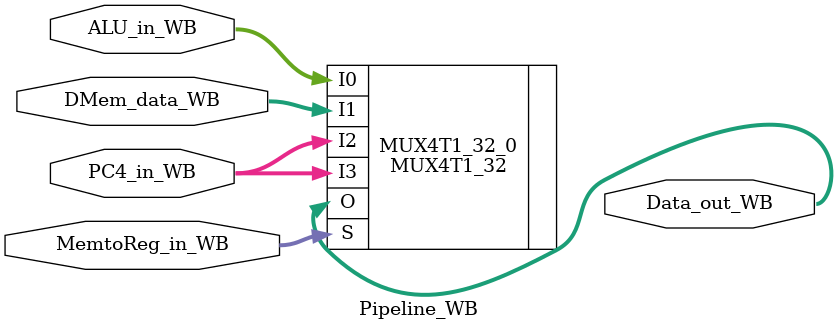
<source format=v>
`timescale 1ns / 1ps


module Pipeline_WB(
    input wire [31:0] PC4_in_WB,
    input wire [31:0] ALU_in_WB,
    input wire [31:0] DMem_data_WB,
    input wire [1:0] MemtoReg_in_WB,
    output wire [31:0] Data_out_WB
    );
    
    MUX4T1_32 MUX4T1_32_0(
    .I0(ALU_in_WB),
    .I1(DMem_data_WB),
    .I2(PC4_in_WB),
    .I3(PC4_in_WB),
    .S(MemtoReg_in_WB),
    .O(Data_out_WB)
    );
    
endmodule

</source>
